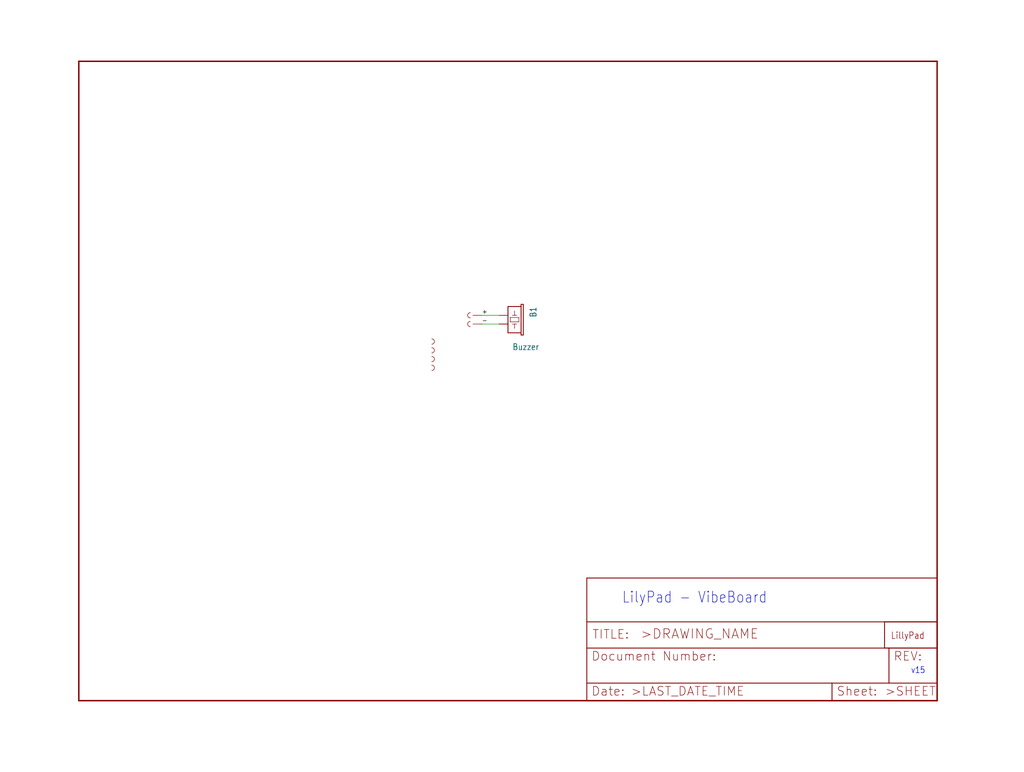
<source format=kicad_sch>
(kicad_sch (version 20211123) (generator eeschema)
  (paper "User" 297.002 223.926)
  (lib_symbols
    (symbol "schematicEagle-eagle-import:BUZZERSMD2"
      (property "Reference" "SG" (at -2.54 5.08 0))
      (property "Value" "BUZZERSMD2" (at 6.35 0 0))
      (symbol "BUZZERSMD2_1_0"
        (polyline (pts (xy -3.175 3.81) (xy -2.54 3.81)) (stroke (width 0.254)))
        (polyline (pts (xy -3.175 4.445) (xy -3.175 3.81)) (stroke (width 0.254)))
        (polyline (pts (xy -2.54 0) (xy 5.08 0)) (stroke (width 0.254)))
        (polyline (pts (xy -2.54 3.81) (xy -2.54 0)) (stroke (width 0.254)))
        (polyline (pts (xy -2.54 3.81) (xy 5.08 3.81)) (stroke (width 0.254)))
        (polyline (pts (xy -1.27 1.905) (xy 0 1.905)) (stroke (width 0.1524)))
        (polyline (pts (xy 0 1.905) (xy 0 1.27)) (stroke (width 0.1524)))
        (polyline (pts (xy 0 1.905) (xy 0 2.54)) (stroke (width 0.1524)))
        (polyline (pts (xy 0.635 0.635) (xy 1.905 0.635)) (stroke (width 0.1524)))
        (polyline (pts (xy 0.635 3.175) (xy 0.635 0.635)) (stroke (width 0.1524)))
        (polyline (pts (xy 1.905 0.635) (xy 1.905 3.175)) (stroke (width 0.1524)))
        (polyline (pts (xy 1.905 3.175) (xy 0.635 3.175)) (stroke (width 0.1524)))
        (polyline (pts (xy 2.54 1.905) (xy 2.54 1.27)) (stroke (width 0.1524)))
        (polyline (pts (xy 2.54 1.905) (xy 3.81 1.905)) (stroke (width 0.1524)))
        (polyline (pts (xy 2.54 2.54) (xy 2.54 1.905)) (stroke (width 0.1524)))
        (polyline (pts (xy 5.08 0) (xy 5.08 3.81)) (stroke (width 0.254)))
        (polyline (pts (xy 5.08 3.81) (xy 5.715 3.81)) (stroke (width 0.254)))
        (polyline (pts (xy 5.715 3.81) (xy 5.715 4.445)) (stroke (width 0.254)))
        (polyline (pts (xy 5.715 4.445) (xy -3.175 4.445)) (stroke (width 0.254)))
        (pin passive line (at 0 -2.54 90) (length 2.54) (name "1") (number "+"))
        (pin passive line (at 2.54 -2.54 90) (length 2.54) (name "2") (number "-"))
      )
    )
    (symbol "schematicEagle-eagle-import:FRAME-LETTER"
      (symbol "FRAME-LETTER_1_0"
        (polyline (pts (xy 0 0) (xy 248.92 0)) (stroke (width 0.4064)))
        (polyline (pts (xy 0 185.42) (xy 0 0)) (stroke (width 0.4064)))
        (polyline (pts (xy 0 185.42) (xy 248.92 185.42)) (stroke (width 0.4064)))
        (polyline (pts (xy 248.92 185.42) (xy 248.92 0)) (stroke (width 0.4064)))
      )
      (symbol "FRAME-LETTER_2_0"
        (polyline (pts (xy 0 0) (xy 0 5.08)) (stroke (width 0.254)))
        (polyline (pts (xy 0 0) (xy 71.12 0)) (stroke (width 0.254)))
        (polyline (pts (xy 0 5.08) (xy 0 15.24)) (stroke (width 0.254)))
        (polyline (pts (xy 0 5.08) (xy 71.12 5.08)) (stroke (width 0.254)))
        (polyline (pts (xy 0 15.24) (xy 0 22.86)) (stroke (width 0.254)))
        (polyline (pts (xy 0 22.86) (xy 0 35.56)) (stroke (width 0.254)))
        (polyline (pts (xy 0 22.86) (xy 101.6 22.86)) (stroke (width 0.254)))
        (polyline (pts (xy 71.12 0) (xy 101.6 0)) (stroke (width 0.254)))
        (polyline (pts (xy 71.12 5.08) (xy 71.12 0)) (stroke (width 0.254)))
        (polyline (pts (xy 71.12 5.08) (xy 87.63 5.08)) (stroke (width 0.254)))
        (polyline (pts (xy 87.63 5.08) (xy 101.6 5.08)) (stroke (width 0.254)))
        (polyline (pts (xy 87.63 15.24) (xy 0 15.24)) (stroke (width 0.254)))
        (polyline (pts (xy 87.63 15.24) (xy 87.63 5.08)) (stroke (width 0.254)))
        (polyline (pts (xy 101.6 5.08) (xy 101.6 0)) (stroke (width 0.254)))
        (polyline (pts (xy 101.6 15.24) (xy 87.63 15.24)) (stroke (width 0.254)))
        (polyline (pts (xy 101.6 15.24) (xy 101.6 5.08)) (stroke (width 0.254)))
        (polyline (pts (xy 101.6 22.86) (xy 101.6 15.24)) (stroke (width 0.254)))
        (polyline (pts (xy 101.6 35.56) (xy 0 35.56)) (stroke (width 0.254)))
        (polyline (pts (xy 101.6 35.56) (xy 101.6 22.86)) (stroke (width 0.254)))
        (text ">DRAWING_NAME" (at 15.494 17.78 0) (effects (font (size 2.7432 2.7432)) (justify left bottom)))
        (text ">LAST_DATE_TIME" (at 12.7 1.27 0) (effects (font (size 2.54 2.54)) (justify left bottom)))
        (text ">SHEET" (at 86.36 1.27 0) (effects (font (size 2.54 2.54)) (justify left bottom)))
        (text "Date:" (at 1.27 1.27 0) (effects (font (size 2.54 2.54)) (justify left bottom)))
        (text "Document Number:" (at 1.27 11.43 0) (effects (font (size 2.54 2.54)) (justify left bottom)))
        (text "REV:" (at 88.9 11.43 0) (effects (font (size 2.54 2.54)) (justify left bottom)))
        (text "Sheet:" (at 72.39 1.27 0) (effects (font (size 2.54 2.54)) (justify left bottom)))
        (text "TITLE:" (at 1.524 17.78 0) (effects (font (size 2.54 2.54)) (justify left bottom)))
      )
    )
    (symbol "schematicEagle-eagle-import:LOGO-LPLP"
      (symbol "LOGO-LPLP_1_0"
        (polyline (pts (xy -2.54 -2.54) (xy 12.7 -2.54)) (stroke (width 0.254)))
        (polyline (pts (xy -2.54 5.08) (xy -2.54 -2.54)) (stroke (width 0.254)))
        (polyline (pts (xy 12.7 -2.54) (xy 12.7 5.08)) (stroke (width 0.254)))
        (polyline (pts (xy 12.7 5.08) (xy -2.54 5.08)) (stroke (width 0.254)))
        (text "LillyPad" (at -0.762 0 0) (effects (font (size 1.9304 1.6408)) (justify left bottom)))
      )
    )
    (symbol "schematicEagle-eagle-import:SEWTAP-NOHOLE2"
      (symbol "SEWTAP-NOHOLE2_1_0"
        (arc (start 0.762 -0.762) (mid 1.524 0) (end 0.762 0.762) (stroke (width 0.1524)))
      )
    )
    (symbol "schematicEagle-eagle-import:SEWTAP6"
      (symbol "SEWTAP6_1_0"
        (polyline (pts (xy 0 0) (xy -2.54 0)) (stroke (width 0.1524)))
        (arc (start 0.762 -0.762) (mid 1.524 0) (end 0.762 0.762) (stroke (width 0.1524)))
        (pin bidirectional line (at -2.54 0 180) (length 0) (name "1") (number "1"))
      )
    )
  )
  (wire (pts (xy 144.78 91.44) (xy 139.7 91.44)))
  (wire (pts (xy 144.78 93.98) (xy 139.7 93.98)))
  (text "LilyPad - VibeBoard" (at 180.34 175.26 180) (effects (font (size 3.175 2.6987)) (justify left bottom)))
  (text "v15" (at 264.16 195.58 180) (effects (font (size 1.778 1.5113)) (justify left bottom)))
  (label "+" (at 139.7 91.44 0) (effects (font (size 1.2446 1.2446))))
  (label "-" (at 139.7 93.98 0) (effects (font (size 1.2446 1.2446))))
  (symbol (lib_id "schematicEagle-eagle-import:FRAME-LETTER") (at 170.18 203.2 0) (unit 2)
    (property "Reference" "#FRAME1" (effects hide))
    (property "Value" "FRAME-LETTER" (effects hide))
    (property "Footprint" "schematicEagle:" (effects hide))
  )
  (symbol (lib_id "schematicEagle-eagle-import:SEWTAP-NOHOLE2") (at 124.46 101.6 0) (unit 1)
    (property "Reference" "U$6" (effects hide))
    (property "Value" "SEWTAP-NOHOLE2" (effects hide))
    (property "Footprint" "schematicEagle:PETAL-NOHOLE-2SIDE" (effects hide))
  )
  (symbol (lib_id "schematicEagle-eagle-import:SEWTAP6") (at 137.16 91.44 180) (unit 1)
    (property "Reference" "U$9" (effects hide))
    (property "Value" "SEWTAP6" (effects hide))
    (property "Footprint" "schematicEagle:PETAL-SMALL-2SIDE" (effects hide))
  )
  (symbol (lib_id "schematicEagle-eagle-import:SEWTAP6") (at 137.16 93.98 180) (unit 1)
    (property "Reference" "U$8" (effects hide))
    (property "Value" "SEWTAP6" (effects hide))
    (property "Footprint" "schematicEagle:PETAL-SMALL-2SIDE" (effects hide))
  )
  (symbol (lib_id "schematicEagle-eagle-import:SEWTAP-NOHOLE2") (at 124.46 104.14 0) (unit 1)
    (property "Reference" "U$1" (effects hide))
    (property "Value" "SEWTAP-NOHOLE2" (effects hide))
    (property "Footprint" "schematicEagle:PETAL-NOHOLE-2SIDE" (effects hide))
  )
  (symbol (lib_id "schematicEagle-eagle-import:LOGO-LPLP") (at 259.08 185.42 0) (unit 1)
    (property "Reference" "U$2" (effects hide))
    (property "Value" "LOGO-LPLP" (effects hide))
    (property "Footprint" "schematicEagle:LOGO-LILYPAD" (effects hide))
  )
  (symbol (lib_id "schematicEagle-eagle-import:SEWTAP-NOHOLE2") (at 124.46 99.06 0) (unit 1)
    (property "Reference" "U$7" (effects hide))
    (property "Value" "SEWTAP-NOHOLE2" (effects hide))
    (property "Footprint" "schematicEagle:PETAL-NOHOLE-2SIDE" (effects hide))
  )
  (symbol (lib_id "schematicEagle-eagle-import:BUZZERSMD2") (at 147.32 91.44 270) (unit 1)
    (property "Reference" "B1" (at 153.67 88.9 0) (effects (font (size 1.778 1.5113)) (justify left bottom)))
    (property "Value" "Buzzer" (at 148.59 101.6 90) (effects (font (size 1.778 1.5113)) (justify left bottom)))
    (property "Footprint" "schematicEagle:BUZZER-CCV" (effects hide))
  )
  (symbol (lib_id "schematicEagle-eagle-import:SEWTAP-NOHOLE2") (at 124.46 106.68 0) (unit 1)
    (property "Reference" "U$4" (effects hide))
    (property "Value" "SEWTAP-NOHOLE2" (effects hide))
    (property "Footprint" "schematicEagle:PETAL-NOHOLE-2SIDE" (effects hide))
  )
  (symbol (lib_id "schematicEagle-eagle-import:FRAME-LETTER") (at 22.86 203.2 0) (unit 1)
    (property "Reference" "#FRAME1" (effects hide))
    (property "Value" "FRAME-LETTER" (effects hide))
    (property "Footprint" "schematicEagle:" (effects hide))
  )
)
</source>
